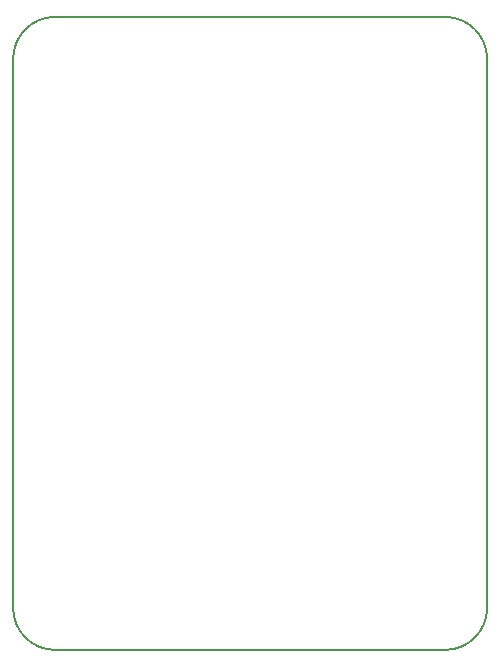
<source format=gbr>
%TF.GenerationSoftware,KiCad,Pcbnew,9.0.4*%
%TF.CreationDate,2025-10-10T16:09:38+02:00*%
%TF.ProjectId,ali-sensor,616c692d-7365-46e7-936f-722e6b696361,rev?*%
%TF.SameCoordinates,Original*%
%TF.FileFunction,Profile,NP*%
%FSLAX46Y46*%
G04 Gerber Fmt 4.6, Leading zero omitted, Abs format (unit mm)*
G04 Created by KiCad (PCBNEW 9.0.4) date 2025-10-10 16:09:38*
%MOMM*%
%LPD*%
G01*
G04 APERTURE LIST*
%TA.AperFunction,Profile*%
%ADD10C,0.200000*%
%TD*%
G04 APERTURE END LIST*
D10*
X135890000Y-130048000D02*
G75*
G02*
X132334000Y-126492000I0J3556000D01*
G01*
X132334000Y-80010000D02*
X132334000Y-126492000D01*
X172466000Y-80010000D02*
X172466000Y-126492000D01*
X168910000Y-76454000D02*
G75*
G02*
X172466000Y-80010000I0J-3556000D01*
G01*
X135890000Y-130048000D02*
X168910000Y-130048000D01*
X132334000Y-80010000D02*
G75*
G02*
X135890000Y-76454000I3556000J0D01*
G01*
X135890000Y-76454000D02*
X168910000Y-76454000D01*
X172466000Y-126492000D02*
G75*
G02*
X168910000Y-130048000I-3556000J0D01*
G01*
M02*

</source>
